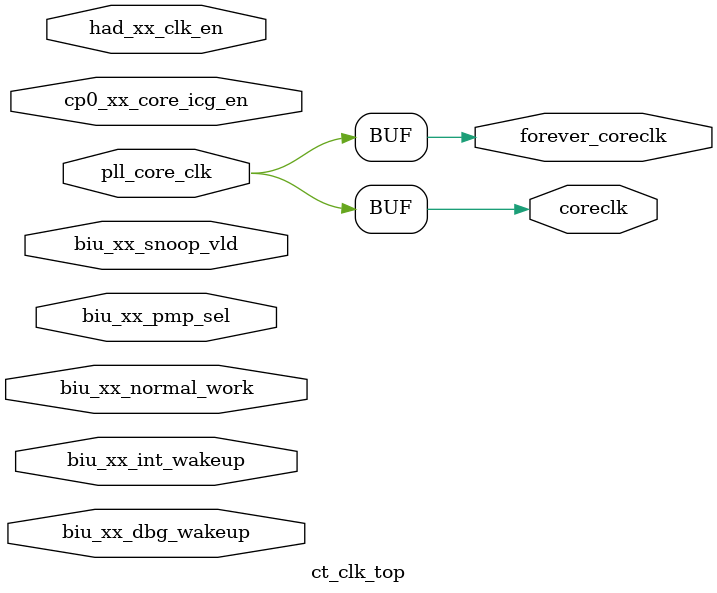
<source format=v>
/*Copyright 2019-2021 T-Head Semiconductor Co., Ltd.

Licensed under the Apache License, Version 2.0 (the "License");
you may not use this file except in compliance with the License.
You may obtain a copy of the License at

    http://www.apache.org/licenses/LICENSE-2.0

Unless required by applicable law or agreed to in writing, software
distributed under the License is distributed on an "AS IS" BASIS,
WITHOUT WARRANTIES OR CONDITIONS OF ANY KIND, either express or implied.
See the License for the specific language governing permissions and
limitations under the License.
*/

// &ModuleBeg; @22
module ct_clk_top (
  // &Ports, @23
  input    wire       biu_xx_dbg_wakeup,
  input    wire       biu_xx_int_wakeup,
  input    wire       biu_xx_normal_work,
  input    wire       biu_xx_pmp_sel,
  input    wire       biu_xx_snoop_vld,
  input    wire       cp0_xx_core_icg_en,
  input    wire       had_xx_clk_en,
  input    wire       pll_core_clk,
  output   wire       coreclk,
  output   wire       forever_coreclk
); 



// &Regs; @24
// &Wires; @25
wire         core_clk_en;       


// &Force("output", "forever_coreclk"); @27

assign forever_coreclk = pll_core_clk;
//==============================================================================
//      global ICG for core 
//==============================================================================
assign core_clk_en = biu_xx_normal_work |
                     biu_xx_int_wakeup | 
                     biu_xx_dbg_wakeup | 
                     biu_xx_snoop_vld |
                     had_xx_clk_en | 
                     biu_xx_pmp_sel |
                     cp0_xx_core_icg_en ;
// &Force("nonport","core_clk_en"); @41
// &Force("output","coreclk"); @42

assign coreclk = forever_coreclk;
// &ModuleEnd; @58
endmodule



</source>
